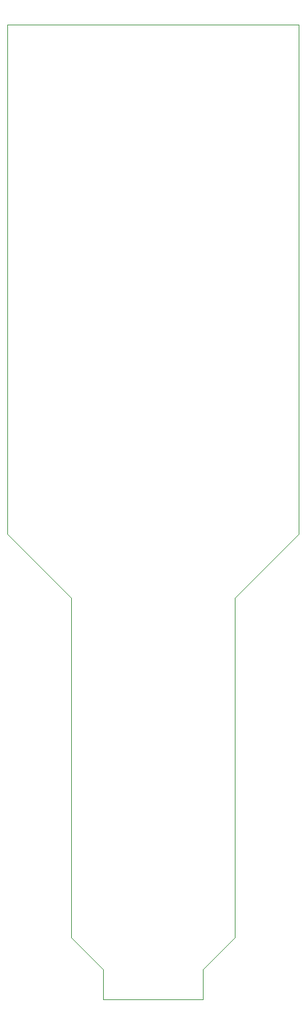
<source format=gbr>
%TF.GenerationSoftware,KiCad,Pcbnew,8.0.0*%
%TF.CreationDate,2024-02-24T18:53:26+01:00*%
%TF.ProjectId,ESP32-S3-Breadboard-Adapter,45535033-322d-4533-932d-427265616462,rev?*%
%TF.SameCoordinates,Original*%
%TF.FileFunction,Profile,NP*%
%FSLAX46Y46*%
G04 Gerber Fmt 4.6, Leading zero omitted, Abs format (unit mm)*
G04 Created by KiCad (PCBNEW 8.0.0) date 2024-02-24 18:53:26*
%MOMM*%
%LPD*%
G01*
G04 APERTURE LIST*
%TA.AperFunction,Profile*%
%ADD10C,0.050000*%
%TD*%
G04 APERTURE END LIST*
D10*
X128016000Y-157226000D02*
X132080000Y-161290000D01*
X119888000Y-105918000D02*
X128016000Y-114046000D01*
X144780000Y-161290000D02*
X148844000Y-157226000D01*
X132080000Y-165100000D02*
X144780000Y-165100000D01*
X156972000Y-41148000D02*
X119888000Y-41148000D01*
X128016000Y-114046000D02*
X128016000Y-157226000D01*
X144780000Y-165100000D02*
X144780000Y-161290000D01*
X132080000Y-161290000D02*
X132080000Y-165100000D01*
X156972000Y-105918000D02*
X156972000Y-41148000D01*
X148844000Y-114046000D02*
X156972000Y-105918000D01*
X119888000Y-41148000D02*
X119888000Y-105918000D01*
X148844000Y-157226000D02*
X148844000Y-114046000D01*
M02*

</source>
